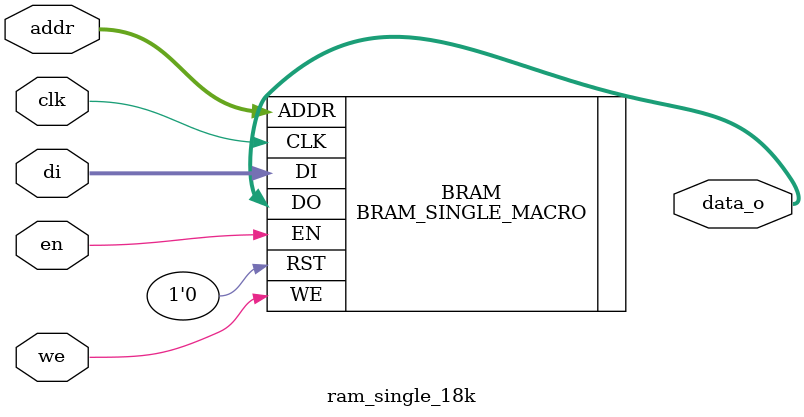
<source format=v>
`default_nettype none

module ram_single_18k #(
   parameter INITFILE      = "",
   parameter ADDRESS_WIDTH = 7,
   parameter DATA_WIDTH    = 16
) (
   input wire                          clk,
   input wire                          en,
   input wire                          we,
   input wire [ADDRESS_WIDTH-1:0]      addr,
   input wire signed [DATA_WIDTH-1:0]  di,
   output wire signed [DATA_WIDTH-1:0] data_o
);

   // TODO the address and write enable widths are incorrect. See the
   // Xilinx table for how to fix.
   BRAM_SINGLE_MACRO #(
      .BRAM_SIZE   ("18Kb"),
      .DEVICE      ("7SERIES"),
      .DO_REG      (0),
      .WRITE_WIDTH (DATA_WIDTH),
      .READ_WIDTH  (DATA_WIDTH),
      .INIT_FILE   (INITFILE),
      .WRITE_MODE  ("NO_CHANGE")
   ) BRAM (
      .DO   (data_o),
      .DI   (di),
      .ADDR (addr),
      .CLK  (clk),
      .EN   (en),
      .RST  (1'b0),
      .WE   (we)
   );

endmodule // rom
// Local Variables:
// flycheck-verilator-include-path:("/home/matt/.nix-profile/opt/Vivado/2017.2/data/verilog/src/unimacro/"
//                                  "/home/matt/.nix-profile/opt/Vivado/2017.2/data/verilog/src/"
//                                  "/home/matt/.nix-profile/opt/Vivado/2017.2/data/verilog/src/unisims/")
// End:

</source>
